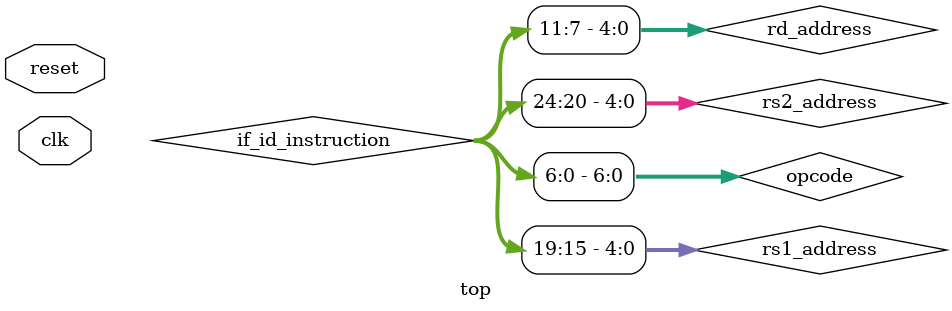
<source format=v>
module top(
    input clk,
    input reset
);

/* ========== IF STAGE ========== */
wire [31:0] pc;
wire [31:0] pc_next;
wire [31:0] instruction;

// Program counter - FIXED: Add stall capability
program_counter pc_inst(
    .pc(pc),
    .clk(clk),
    .reset(reset),
    .stall_pc(stall_pc),
    .pc_next(pc_next)
);

// Instruction memory
instruction_memory imem(
    .pc_address(pc),
    .clk(clk),
    .reset(reset),
    .instruction(instruction)
);

/* ========== IF/ID REGISTER ========== */
wire stall_if_id;
wire flush_branch;
wire [31:0] if_id_pc;
wire [31:0] if_id_instruction;

if_id_reg if_id_register(
    .clk(clk),
    .reset(reset),
    .stall(stall_if_id),
    .flush(flush_branch),
    .instruction_in(instruction),
    .pc_in(pc),
    .instruction_out(if_id_instruction),
    .pc_out(if_id_pc)
);

/* ========== ID STAGE ========== */
// Control signals
wire [6:0] opcode;
wire [2:0] immediate_control;
wire [1:0] alu_operation;
wire alu_src1;
wire alu_src2;
wire mem_to_reg;
wire jump;
wire reg_write;
wire mem_read;
wire mem_write;
wire is_rtype;
wire is_jalr;

assign opcode = if_id_instruction[6:0];

// Control Unit
control_unit cu(
    .opcode(opcode),
    .immediate_control(immediate_control),
    .alu_operation(alu_operation),
    .alu_src1(alu_src1),
    .alu_src2(alu_src2),
    .mem_to_reg(mem_to_reg),
    .jump(jump),
    .reg_write(reg_write),
    .mem_read(mem_read),
    .mem_write(mem_write),
    .is_rtype(is_rtype),
    .is_jalr(is_jalr)
);

// Regfile signals
wire [4:0] rs1_address;
wire [4:0] rs2_address;
wire [4:0] rd_address;
wire [31:0] write_data_to_reg;
wire [31:0] rs1_read;
wire [31:0] rs2_read;

// RS1 and RS2 and RD based on RISC-V instruction format
assign rs1_address = if_id_instruction[19:15];
assign rs2_address = if_id_instruction[24:20];
assign rd_address  = if_id_instruction[11:7];

// Register file - FIXED: Connect to WB stage signals
wire [31:0] mem_wb_write_data;
wire [4:0] mem_wb_rd_addr;
wire mem_wb_reg_write;

regfile register_file(
    .clk(clk),
    .reset(reset),
    .rs1_address(rs1_address),
    .rs2_address(rs2_address),
    .rd_address(mem_wb_rd_addr),        // Write address from WB stage
    .write_data(mem_wb_write_data),     // Write data from WB stage
    .write_enable(mem_wb_reg_write),    // Write enable from WB stage
    .rs1_read(rs1_read),
    .rs2_read(rs2_read)
);

// Immediate generation
wire [31:0] sign_extended_immediate;
immediate_generator immediate(
    .instruction(if_id_instruction),
    .immediate_control(immediate_control),
    .sign_extended_immediate(sign_extended_immediate)
);

/* ========== HAZARD DETECTION ========== */
wire stall_pc, flush_id_ex;

hdu hazard_detection_unit(
    .id_rs1_address(rs1_address),
    .id_rs2_address(rs2_address),
    .ex_rd_address(id_ex_rd_addr),
    .ex_reg_write(id_ex_reg_write),
    .ex_mem_read(id_ex_mem_read),
    .stall_pc(stall_pc),
    .stall_if_id(stall_if_id),
    .flush_id_ex(flush_id_ex)
);

/* ========== ID/EX PIPELINE REGISTER ========= */
wire [31:0] id_ex_pc, id_ex_rs1_data, id_ex_rs2_data, id_ex_immediate;
wire [4:0] id_ex_rs1_addr, id_ex_rs2_addr, id_ex_rd_addr;
wire [2:0] id_ex_funct3;
wire [6:0] id_ex_funct7, id_ex_opcode;
wire [1:0] id_ex_alu_operation;
wire id_ex_alu_src1, id_ex_alu_src2, id_ex_mem_to_reg, id_ex_jump;
wire id_ex_reg_write, id_ex_mem_read, id_ex_mem_write, id_ex_is_rtype, id_ex_is_jalr;


id_ex_reg id_ex_register(
    .clk(clk),
    .reset(reset),
    .stall(1'b0),                    // ID/EX doesn't stall
    .flush(flush_id_ex || flush_branch),  // Flush on hazard detection OR branch taken
    
    // Data inputs
    .pc_in(if_id_pc),
    .rs1_in(rs1_read),
    .rs2_in(rs2_read),
    .immediate_in(sign_extended_immediate),
    
    // Control inputs
    .alu_operation_in(alu_operation),
    .alu_src1_in(alu_src1),
    .alu_src2_in(alu_src2),
    .mem_to_reg_in(mem_to_reg),
    .jump_in(jump),
    .reg_write_in(reg_write),
    .mem_read_in(mem_read),
    .mem_write_in(mem_write),
    .is_rtype_in(is_rtype),
    .is_jalr_in(is_jalr),
    
    // Instruction fields
    .rs1_addr_in(rs1_address),
    .rs2_addr_in(rs2_address),
    .rd_addr_in(rd_address),
    .funct3_in(if_id_instruction[14:12]),
    .funct7_in(if_id_instruction[31:25]),
    .opcode_in(opcode),
    
    // Outputs
    .pc_out(id_ex_pc),
    .rs1_out(id_ex_rs1_data),
    .rs2_out(id_ex_rs2_data),
    .immediate_out(id_ex_immediate),
    .alu_operation_out(id_ex_alu_operation),
    .alu_src1_out(id_ex_alu_src1),
    .alu_src2_out(id_ex_alu_src2),
    .mem_to_reg_out(id_ex_mem_to_reg),
    .jump_out(id_ex_jump),
    .reg_write_out(id_ex_reg_write),
    .mem_read_out(id_ex_mem_read),
    .mem_write_out(id_ex_mem_write),
    .is_rtype_out(id_ex_is_rtype),
    .is_jalr_out(id_ex_is_jalr),
    .rs1_addr_out(id_ex_rs1_addr),
    .rs2_addr_out(id_ex_rs2_addr),
    .rd_addr_out(id_ex_rd_addr),
    .funct3_out(id_ex_funct3),
    .funct7_out(id_ex_funct7),
    .opcode_out(id_ex_opcode)
);

/* ========== EX STAGE ========== */
wire [31:0] alu_input1;
wire [31:0] alu_input2;
wire [31:0] alu_result;
wire [3:0] ALUControl;
wire zero;
wire lt;
wire ltu;
wire branch_condition_match;

// Forwarding unit
wire [1:0] forward_rs1, forward_rs2;
reg [31:0] forwarded_rs1_data, forwarded_rs2_data;

fu forwarding_unit(
    .ex_rs1_address(id_ex_rs1_addr),
    .ex_rs2_address(id_ex_rs2_addr),
    .mem_rd_address(ex_mem_rd_addr),
    .wb_rd_address(mem_wb_rd_addr),
    .mem_reg_write(ex_mem_reg_write),
    .wb_reg_write(mem_wb_reg_write),
    .forward1(forward_rs1),
    .forward2(forward_rs2)
);

// Forwarding multiplexers
always @(*) begin
    case (forward_rs1)
        2'b00: forwarded_rs1_data = id_ex_rs1_data;      // No forwarding
        2'b01: forwarded_rs1_data = ex_mem_alu_result;   // Forward from MEM
        2'b10: forwarded_rs1_data = mem_wb_write_data;   // Forward from WB
        default: forwarded_rs1_data = id_ex_rs1_data;
    endcase
end

always @(*) begin
    case (forward_rs2)
        2'b00: forwarded_rs2_data = id_ex_rs2_data;      // No forwarding
        2'b01: forwarded_rs2_data = ex_mem_alu_result;   // Forward from MEM
        2'b10: forwarded_rs2_data = mem_wb_write_data;   // Forward from WB
        default: forwarded_rs2_data = id_ex_rs2_data;
    endcase
end

// ALU input multiplexers
alu_src1_mux alu_src1_mux_inst(
    .rs1_data(forwarded_rs1_data),    // Use forwarded data
    .pc(id_ex_pc),
    .alu_src1(id_ex_alu_src1),        // Use pipeline register values
    .alu_input1(alu_input1)
);

alu_src2_mux alu_src2_mux_inst(
    .rs2_data(forwarded_rs2_data),    // Use forwarded data
    .offset(id_ex_immediate),         // Use pipeline register values
    .alu_src2(id_ex_alu_src2),        // Use pipeline register values
    .alu_input2(alu_input2)
);

// ALU control
alu_control alu_ctrl(
    .alu_operation(id_ex_alu_operation),
    .funct7(id_ex_funct7),
    .funct3(id_ex_funct3),
    .is_rtype(id_ex_is_rtype),
    .ALUControl(ALUControl)
);

// ALU unit
alu alu_unit(
    .integer1(alu_input1),
    .integer2(alu_input2),
    .ALUControl(ALUControl),
    .result(alu_result),
    .zero(zero)
);

// Generate comparison signals for branch unit
assign lt = ($signed(alu_input1) < $signed(alu_input2));
assign ltu = (alu_input1 < alu_input2);

// Branch unit
branch_unit branch_unit_inst(
    .funct3(id_ex_funct3),
    .zero(zero),
    .lt(lt),
    .ltu(ltu),
    .opcode(id_ex_opcode),
    .branch_condition_match(branch_condition_match)
);

/* ========== EX/MEM PIPELINE REGISTER ========== */
wire [31:0] ex_mem_alu_result, ex_mem_rs2_data, ex_mem_pc, ex_mem_immediate;
wire [4:0] ex_mem_rd_addr;
wire [2:0] ex_mem_funct3;
wire [6:0] ex_mem_opcode;
wire ex_mem_mem_to_reg, ex_mem_jump, ex_mem_reg_write, ex_mem_mem_read, ex_mem_mem_write;

ex_mem_reg ex_mem_register(
    .clk(clk),
    .reset(reset),
    .flush(1'b0),                     // EX/MEM doesn't get flushed for load-use
    
    // Data inputs from EX stage
    .alu_result_in(alu_result),
    .rs2_data_in(forwarded_rs2_data), // Forward RS2 for store operations
    .pc_in(id_ex_pc),
    .immediate_in(id_ex_immediate),
    
    // Control inputs from EX stage
    .mem_to_reg_in(id_ex_mem_to_reg),
    .jump_in(id_ex_jump),
    .reg_write_in(id_ex_reg_write),
    .mem_read_in(id_ex_mem_read),
    .mem_write_in(id_ex_mem_write),
    
    // Instruction fields from EX stage
    .rd_addr_in(id_ex_rd_addr),
    .funct3_in(id_ex_funct3),
    .opcode_in(id_ex_opcode),
    
    // Outputs to MEM stage
    .alu_result_out(ex_mem_alu_result),
    .rs2_data_out(ex_mem_rs2_data),
    .pc_out(ex_mem_pc),
    .immediate_out(ex_mem_immediate),
    .mem_to_reg_out(ex_mem_mem_to_reg),
    .jump_out(ex_mem_jump),
    .reg_write_out(ex_mem_reg_write),
    .mem_read_out(ex_mem_mem_read),
    .mem_write_out(ex_mem_mem_write),
    .rd_addr_out(ex_mem_rd_addr),
    .funct3_out(ex_mem_funct3),
    .opcode_out(ex_mem_opcode)
);

/* ========== MEM STAGE ========== */
wire [31:0] dcache_read;

// Data memory
data_mem dmem(
    .clk(clk),
    .reset(reset),
    .address(ex_mem_alu_result),
    .write_data(ex_mem_rs2_data),
    .funct3(ex_mem_funct3),
    .read_enable(ex_mem_mem_read),
    .write_enable(ex_mem_mem_write),
    .read_data(dcache_read)
);

/* ========== MEM/WB PIPELINE REGISTER ========== */
wire [31:0] mem_wb_alu_result, mem_wb_mem_data, mem_wb_pc, mem_wb_immediate;
wire [6:0] mem_wb_opcode;
wire mem_wb_mem_to_reg, mem_wb_jump;

mem_wb_reg mem_wb_register(
    .clk(clk),
    .reset(reset),
    
    // Data inputs from MEM stage
    .alu_result_in(ex_mem_alu_result),
    .mem_data_in(dcache_read),
    .pc_in(ex_mem_pc),
    .immediate_in(ex_mem_immediate),
    
    // Control inputs from MEM stage
    .mem_to_reg_in(ex_mem_mem_to_reg),
    .jump_in(ex_mem_jump),
    .reg_write_in(ex_mem_reg_write),
    
    // Instruction fields from MEM stage
    .rd_addr_in(ex_mem_rd_addr),
    .opcode_in(ex_mem_opcode),
    
    // Outputs to WB stage
    .alu_result_out(mem_wb_alu_result),
    .mem_data_out(mem_wb_mem_data),
    .pc_out(mem_wb_pc),
    .immediate_out(mem_wb_immediate),
    .mem_to_reg_out(mem_wb_mem_to_reg),
    .jump_out(mem_wb_jump),
    .reg_write_out(mem_wb_reg_write),
    .rd_addr_out(mem_wb_rd_addr),
    .opcode_out(mem_wb_opcode)
);

/* ========== WB STAGE ========== */
// Write data selection logic
wire [31:0] alu_or_mem_result;
wire [31:0] pc_plus_4;

assign pc_plus_4 = mem_wb_pc + 4;
assign alu_or_mem_result = mem_wb_mem_to_reg ? mem_wb_mem_data : mem_wb_alu_result;

// Final write data selection: PC+4 for JAL/JALR, immediate for LUI, or ALU/memory result
assign mem_wb_write_data = mem_wb_jump ? pc_plus_4 : 
                          (mem_wb_opcode == 7'b0110111) ? mem_wb_immediate : // LUI
                          alu_or_mem_result;

/* ========== BRANCH/JUMP LOGIC ========== */
wire [31:0] target_address;

target_address_mux target_addr_mux(
    .pc(id_ex_pc),                    // Use EX stage PC
    .rs1_data(forwarded_rs1_data),    // Use forwarded data
    .immediate_value(id_ex_immediate),
    .jump(id_ex_jump),
    .branch_condition_match(branch_condition_match),
    .is_jalr(id_ex_is_jalr),
    .target_address(target_address)
);

wire [31:0] pc_increment;
// FIXED: Use new PC increment unit that handles reset properly
pc_increment_unit pc_inc_unit(
    .current_pc(pc),
    .reset(reset),
    .pc_plus_4(pc_increment)
);

pc_mux pc_control(
    .pc_increment(pc_increment),
    .target_addr(target_address),
    .jump(id_ex_jump),                // Use EX stage signals
    .branch_condition_match(branch_condition_match),
    .opcode(id_ex_opcode),
    .pc_next(pc_next)
);

// Branch flush logic - when branch/jump is taken, flush wrong path instructions
assign flush_branch = (id_ex_jump || branch_condition_match);

endmodule
</source>
